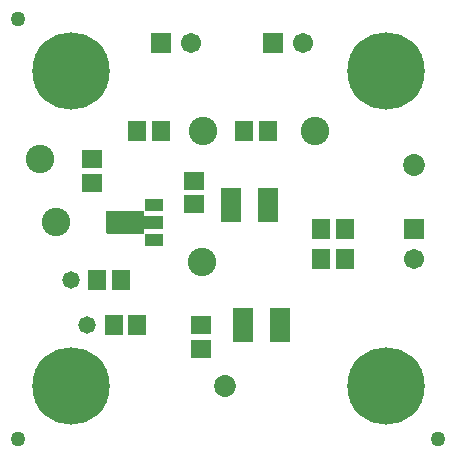
<source format=gbr>
G04 Layer_Color=8388736*
%FSLAX26Y26*%
%MOIN*%
%TF.FileFunction,Soldermask,Top*%
%TF.Part,Single*%
G01*
G75*
%TA.AperFunction,FiducialPad,Global*%
%ADD12C,0.050000*%
%TA.AperFunction,SMDPad,CuDef*%
%ADD25R,0.067055X0.063118*%
%ADD26R,0.063118X0.067055*%
%ADD27C,0.095000*%
%ADD28R,0.067055X0.118236*%
%ADD29R,0.059181X0.043433*%
%TA.AperFunction,ComponentPad*%
%ADD30C,0.073000*%
%ADD31C,0.258000*%
%ADD32R,0.067055X0.067055*%
%ADD33C,0.067055*%
%ADD34R,0.067055X0.067055*%
%TA.AperFunction,ViaPad*%
%ADD35C,0.058000*%
G36*
X464854Y809069D02*
X465368Y808967D01*
X465865Y808798D01*
X466335Y808566D01*
X466771Y808275D01*
X467165Y807929D01*
X467511Y807535D01*
X467802Y807099D01*
X468034Y806629D01*
X468203Y806132D01*
X468305Y805618D01*
X468339Y805095D01*
Y792725D01*
X528110D01*
X528634Y792691D01*
X529148Y792589D01*
X529644Y792420D01*
X530115Y792188D01*
X530551Y791897D01*
X530945Y791551D01*
X531290Y791157D01*
X531582Y790721D01*
X531814Y790251D01*
X531982Y789754D01*
X532085Y789240D01*
X532119Y788717D01*
Y753284D01*
X532085Y752760D01*
X531982Y752246D01*
X531814Y751750D01*
X531582Y751279D01*
X531290Y750843D01*
X530945Y750449D01*
X530551Y750103D01*
X530115Y749812D01*
X529644Y749580D01*
X529148Y749412D01*
X528634Y749309D01*
X528110Y749275D01*
X468339D01*
Y736906D01*
X468305Y736382D01*
X468203Y735868D01*
X468034Y735372D01*
X467802Y734901D01*
X467511Y734465D01*
X467165Y734071D01*
X466771Y733725D01*
X466335Y733434D01*
X465865Y733202D01*
X465368Y733034D01*
X464854Y732931D01*
X464331Y732897D01*
X347008D01*
X346485Y732931D01*
X345970Y733034D01*
X345474Y733202D01*
X345004Y733434D01*
X344568Y733725D01*
X344173Y734071D01*
X343828Y734465D01*
X343536Y734901D01*
X343304Y735372D01*
X343136Y735868D01*
X343034Y736382D01*
X342999Y736906D01*
Y805095D01*
X343034Y805618D01*
X343136Y806132D01*
X343304Y806629D01*
X343536Y807099D01*
X343828Y807535D01*
X344173Y807929D01*
X344568Y808275D01*
X345004Y808566D01*
X345474Y808798D01*
X345970Y808967D01*
X346485Y809069D01*
X347008Y809103D01*
X464331D01*
X464854Y809069D01*
D02*
G37*
D12*
X50000Y1450000D02*
D03*
Y50000D02*
D03*
X1450000D02*
D03*
D25*
X296000Y981370D02*
D03*
Y902630D02*
D03*
X659370Y429000D02*
D03*
Y350260D02*
D03*
X636370Y830575D02*
D03*
Y909315D02*
D03*
D26*
X447000Y1077000D02*
D03*
X525740D02*
D03*
X803000D02*
D03*
X881740D02*
D03*
X1139000Y650118D02*
D03*
X1060260D02*
D03*
X367874Y429000D02*
D03*
X446614D02*
D03*
X312945Y578000D02*
D03*
X391685D02*
D03*
X1139000Y750118D02*
D03*
X1060260D02*
D03*
D27*
X122000Y981000D02*
D03*
X1040000Y1077000D02*
D03*
X661000Y640000D02*
D03*
X665000Y1077000D02*
D03*
X175000Y771000D02*
D03*
D28*
X921394Y429000D02*
D03*
X799346D02*
D03*
X881024Y830000D02*
D03*
X758976D02*
D03*
D29*
X502520Y770945D02*
D03*
Y830055D02*
D03*
Y711945D02*
D03*
D30*
X740000Y225000D02*
D03*
X1370000Y962320D02*
D03*
D31*
X225000Y1275000D02*
D03*
X1275000D02*
D03*
X225000Y225000D02*
D03*
X1275000D02*
D03*
D32*
X900000Y1370000D02*
D03*
X525000D02*
D03*
D33*
X1000000D02*
D03*
X1370000Y650000D02*
D03*
X625000Y1370000D02*
D03*
D34*
X1370000Y750000D02*
D03*
D35*
X225071Y578000D02*
D03*
X278000Y429000D02*
D03*
%TF.MD5,5d36f956669db2b9b92d56169f693305*%
M02*

</source>
